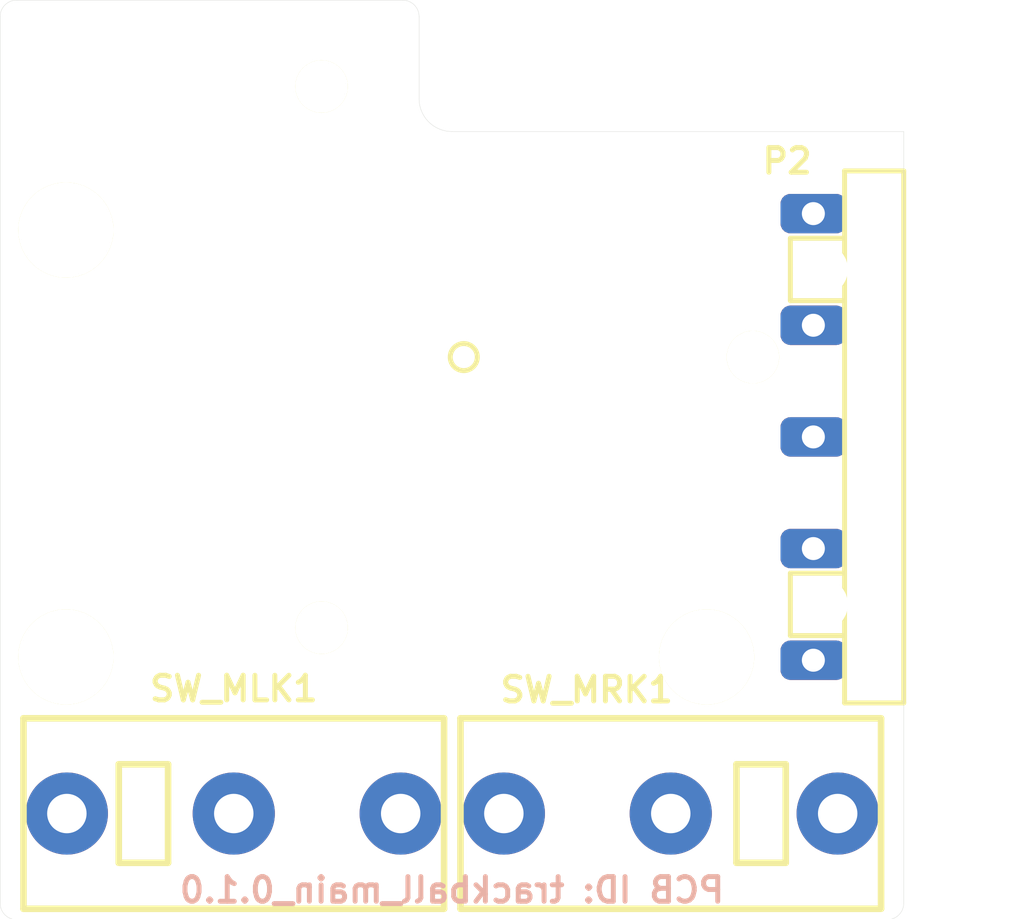
<source format=kicad_pcb>
(kicad_pcb (version 20171130) (host pcbnew "(5.0.0)")

  (general
    (thickness 1.6)
    (drawings 36)
    (tracks 0)
    (zones 0)
    (modules 9)
    (nets 1)
  )

  (page A3)
  (title_block
    (title "UHK Trackball Module")
    (rev 0.1.0)
    (company "Ultimate Gadget Laboratories Kft.")
  )

  (layers
    (0 F.Cu signal)
    (31 B.Cu signal)
    (32 B.Adhes user)
    (33 F.Adhes user)
    (34 B.Paste user)
    (35 F.Paste user)
    (36 B.SilkS user)
    (37 F.SilkS user)
    (38 B.Mask user)
    (39 F.Mask user)
    (40 Dwgs.User user)
    (41 Cmts.User user)
    (42 Eco1.User user)
    (43 Eco2.User user)
    (44 Edge.Cuts user)
    (45 Margin user)
    (46 B.CrtYd user)
    (47 F.CrtYd user)
  )

  (setup
    (last_trace_width 0.254)
    (trace_clearance 0.254)
    (zone_clearance 0.508)
    (zone_45_only no)
    (trace_min 0.254)
    (segment_width 0.2)
    (edge_width 0.1)
    (via_size 0.889)
    (via_drill 0.635)
    (via_min_size 0.889)
    (via_min_drill 0.508)
    (uvia_size 0.508)
    (uvia_drill 0.127)
    (uvias_allowed no)
    (uvia_min_size 0.508)
    (uvia_min_drill 0.127)
    (pcb_text_width 0.3)
    (pcb_text_size 1.5 1.5)
    (mod_edge_width 0.15)
    (mod_text_size 0.75 0.75)
    (mod_text_width 0.15)
    (pad_size 1.5 1.5)
    (pad_drill 0.6)
    (pad_to_mask_clearance 0)
    (aux_axis_origin 0 0)
    (visible_elements 7FFFFFFF)
    (pcbplotparams
      (layerselection 0x00030_ffffffff)
      (usegerberextensions true)
      (usegerberattributes false)
      (usegerberadvancedattributes false)
      (creategerberjobfile false)
      (excludeedgelayer true)
      (linewidth 0.150000)
      (plotframeref false)
      (viasonmask false)
      (mode 1)
      (useauxorigin false)
      (hpglpennumber 1)
      (hpglpenspeed 20)
      (hpglpendiameter 15.000000)
      (psnegative false)
      (psa4output false)
      (plotreference true)
      (plotvalue true)
      (plotinvisibletext false)
      (padsonsilk false)
      (subtractmaskfromsilk false)
      (outputformat 1)
      (mirror false)
      (drillshape 1)
      (scaleselection 1)
      (outputdirectory ""))
  )

  (net 0 "")

  (net_class Default "This is the default net class."
    (clearance 0.254)
    (trace_width 0.254)
    (via_dia 0.889)
    (via_drill 0.635)
    (uvia_dia 0.508)
    (uvia_drill 0.127)
    (diff_pair_gap 0.254)
    (diff_pair_width 0.254)
  )

  (module ugl:CMI126603D08 locked (layer F.Cu) (tedit 5D22F982) (tstamp 5D1D4229)
    (at 202.560004 144.468997 180)
    (fp_text reference SW_MRK1 (at 2.560004 3.768997) (layer F.SilkS)
      (effects (font (size 0.75 0.75) (thickness 0.15)))
    )
    (fp_text value CMI126603D08 (at 0 3.9) (layer F.Fab)
      (effects (font (size 0.75 0.75) (thickness 0.15)))
    )
    (fp_line (start -3.5 1.5) (end -3.5 -1.5) (layer F.SilkS) (width 0.2))
    (fp_line (start -2 1.5) (end -3.5 1.5) (layer F.SilkS) (width 0.2))
    (fp_line (start -2 -1.5) (end -2 1.5) (layer F.SilkS) (width 0.2))
    (fp_line (start -3.5 -1.5) (end -2 -1.5) (layer F.SilkS) (width 0.2))
    (fp_line (start 6.4 -2.9) (end 6.4 2.9) (layer F.SilkS) (width 0.2))
    (fp_line (start -6.4 2.9) (end 6.4 2.9) (layer F.SilkS) (width 0.2))
    (fp_line (start -6.4 -2.9) (end -6.4 2.9) (layer F.SilkS) (width 0.2))
    (fp_line (start 6.4 -2.9) (end -6.4 -2.9) (layer F.SilkS) (width 0.2))
    (pad 3 thru_hole circle (at 5.08 0 180) (size 2.5 2.5) (drill 1.2) (layers *.Cu *.Mask))
    (pad 2 thru_hole circle (at 0 0 180) (size 2.5 2.5) (drill 1.2) (layers *.Cu *.Mask))
    (pad 1 thru_hole circle (at -5.08 0 180) (size 2.5 2.5) (drill 1.2) (layers *.Cu *.Mask))
  )

  (module ugl:CMI126603D08 locked (layer F.Cu) (tedit 5D22F627) (tstamp 5D1D4270)
    (at 189.260001 144.468997)
    (fp_text reference SW_MLK1 (at 0 -3.8) (layer F.SilkS)
      (effects (font (size 0.75 0.75) (thickness 0.15)))
    )
    (fp_text value CMI126603D08 (at 0 3.9) (layer F.Fab)
      (effects (font (size 0.75 0.75) (thickness 0.15)))
    )
    (fp_line (start -3.5 1.5) (end -3.5 -1.5) (layer F.SilkS) (width 0.2))
    (fp_line (start -2 1.5) (end -3.5 1.5) (layer F.SilkS) (width 0.2))
    (fp_line (start -2 -1.5) (end -2 1.5) (layer F.SilkS) (width 0.2))
    (fp_line (start -3.5 -1.5) (end -2 -1.5) (layer F.SilkS) (width 0.2))
    (fp_line (start 6.4 -2.9) (end 6.4 2.9) (layer F.SilkS) (width 0.2))
    (fp_line (start -6.4 2.9) (end 6.4 2.9) (layer F.SilkS) (width 0.2))
    (fp_line (start -6.4 -2.9) (end -6.4 2.9) (layer F.SilkS) (width 0.2))
    (fp_line (start 6.4 -2.9) (end -6.4 -2.9) (layer F.SilkS) (width 0.2))
    (pad 3 thru_hole circle (at 5.08 0) (size 2.5 2.5) (drill 1.2) (layers *.Cu *.Mask))
    (pad 2 thru_hole circle (at 0 0) (size 2.5 2.5) (drill 1.2) (layers *.Cu *.Mask))
    (pad 1 thru_hole circle (at -5.08 0) (size 2.5 2.5) (drill 1.2) (layers *.Cu *.Mask))
  )

  (module ugl:UHK_Male_Pogo_Pin_v2 locked (layer F.Cu) (tedit 5D22F995) (tstamp 5D1D4686)
    (at 209.65 133.000003)
    (attr virtual)
    (fp_text reference P2 (at -3.55 -8.400003) (layer F.SilkS)
      (effects (font (size 0.75 0.75) (thickness 0.15)))
    )
    (fp_text value VAL** (at 0 -9.95 180) (layer F.SilkS) hide
      (effects (font (size 0.75 0.75) (thickness 0.15)))
    )
    (fp_line (start 0 8.1) (end 0 -8.1) (layer F.SilkS) (width 0.15))
    (fp_line (start -3.45 4.15) (end -1.8 4.15) (layer F.SilkS) (width 0.15))
    (fp_line (start -3.45 6.05) (end -3.45 4.15) (layer F.SilkS) (width 0.15))
    (fp_line (start -1.8 6.05) (end -3.45 6.05) (layer F.SilkS) (width 0.15))
    (fp_line (start -3.45 -4.15) (end -1.8 -4.15) (layer F.SilkS) (width 0.15))
    (fp_line (start -3.45 -6.05) (end -3.45 -4.15) (layer F.SilkS) (width 0.15))
    (fp_line (start -1.8 -6.05) (end -3.45 -6.05) (layer F.SilkS) (width 0.15))
    (fp_line (start 0 8.1) (end -1.8 8.1) (layer F.SilkS) (width 0.15))
    (fp_line (start -1.8 -8.1) (end 0 -8.1) (layer F.SilkS) (width 0.15))
    (fp_line (start 0 9.3) (end 0 -9.1) (layer Cmts.User) (width 0.15))
    (fp_arc (start 3.1 6.8) (end 3.1 7.3) (angle -180) (layer Cmts.User) (width 0.15))
    (fp_line (start 2.5 6.3) (end 3 6.3) (layer Cmts.User) (width 0.15))
    (fp_line (start 2.5 7.3) (end 3 7.3) (layer Cmts.User) (width 0.15))
    (fp_arc (start 3.1 3.4) (end 3.1 3.9) (angle -180) (layer Cmts.User) (width 0.15))
    (fp_line (start 2.5 2.9) (end 3 2.9) (layer Cmts.User) (width 0.15))
    (fp_line (start 2.5 3.9) (end 3 3.9) (layer Cmts.User) (width 0.15))
    (fp_arc (start 3.1 0) (end 3.1 0.5) (angle -180) (layer Cmts.User) (width 0.15))
    (fp_line (start 2.5 -0.5) (end 3 -0.5) (layer Cmts.User) (width 0.15))
    (fp_line (start 2.5 0.5) (end 3 0.5) (layer Cmts.User) (width 0.15))
    (fp_arc (start 3.1 -3.4) (end 3.1 -2.9) (angle -180) (layer Cmts.User) (width 0.15))
    (fp_line (start 2.5 -3.9) (end 3 -3.9) (layer Cmts.User) (width 0.15))
    (fp_line (start 2.5 -2.9) (end 3 -2.9) (layer Cmts.User) (width 0.15))
    (fp_arc (start 3.1 -6.8) (end 3.1 -6.3) (angle -180) (layer Cmts.User) (width 0.15))
    (fp_line (start 2.5 -6.3) (end 3 -6.3) (layer Cmts.User) (width 0.15))
    (fp_line (start 2.5 -7.3) (end 3 -7.3) (layer Cmts.User) (width 0.15))
    (fp_line (start 0 -9.1) (end 2.5 -9.1) (layer Cmts.User) (width 0.15))
    (fp_line (start -1.8 8.1) (end -1.8 -8.1) (layer F.SilkS) (width 0.15))
    (fp_line (start 0 9.3) (end 2.5 9.3) (layer Cmts.User) (width 0.15))
    (fp_line (start 2.5 -9.1) (end 2.5 9.3) (layer Cmts.User) (width 0.15))
    (pad "" np_thru_hole circle (at -2.5 5.1 180) (size 1.6 1.6) (drill 1.6) (layers *.Cu *.Mask)
      (clearance 0.00254))
    (pad "" np_thru_hole circle (at -2.5 -5.1) (size 1.6 1.6) (drill 1.6) (layers *.Cu *.Mask)
      (clearance 0.00254))
    (pad 5 thru_hole roundrect (at -2.75 6.8) (size 2 1.2) (drill 0.7) (layers *.Cu *.Mask) (roundrect_rratio 0.25)
      (clearance 0.0762))
    (pad 4 thru_hole roundrect (at -2.75 3.4) (size 2 1.2) (drill 0.7) (layers *.Cu *.Mask) (roundrect_rratio 0.25)
      (clearance 0.0762))
    (pad 3 thru_hole roundrect (at -2.75 0) (size 2 1.2) (drill 0.7) (layers *.Cu *.Mask) (roundrect_rratio 0.25))
    (pad 2 thru_hole roundrect (at -2.75 -3.4) (size 2 1.2) (drill 0.7) (layers *.Cu *.Mask) (roundrect_rratio 0.25)
      (clearance 0.0762))
    (pad 1 thru_hole roundrect (at -2.75 -6.8) (size 2 1.2) (drill 0.7) (layers *.Cu *.Mask) (roundrect_rratio 0.25)
      (clearance 0.0762))
  )

  (module UGL:hole_1.600000023841858mm locked (layer F.Cu) (tedit 5874311E) (tstamp 5295D75B)
    (at 205.060004 130.569003)
    (attr virtual)
    (fp_text reference "" (at 0 0) (layer F.SilkS)
      (effects (font (size 1.27 1.27) (thickness 0.15)))
    )
    (fp_text value "" (at 0 0) (layer F.SilkS)
      (effects (font (size 1.27 1.27) (thickness 0.15)))
    )
    (pad "" np_thru_hole circle (at 0 0) (size 1.6 1.6) (drill 1.6) (layers *.Cu *.Mask F.SilkS)
      (clearance 0.00001))
  )

  (module UGL:hole_2.9000000953674316mm locked (layer F.Cu) (tedit 5874311E) (tstamp 5295D75B)
    (at 184.15 139.7)
    (attr virtual)
    (fp_text reference "" (at 0 0) (layer F.SilkS)
      (effects (font (size 1.27 1.27) (thickness 0.15)))
    )
    (fp_text value "" (at 0 0) (layer F.SilkS)
      (effects (font (size 1.27 1.27) (thickness 0.15)))
    )
    (pad "" np_thru_hole circle (at 0 0) (size 2.9 2.9) (drill 2.9) (layers *.Cu *.Mask F.SilkS)
      (clearance 0.00001))
  )

  (module UGL:hole_1.600000023841858mm locked (layer F.Cu) (tedit 5874311E) (tstamp 5295D75B)
    (at 191.931586 138.808826)
    (attr virtual)
    (fp_text reference "" (at 0 0) (layer F.SilkS)
      (effects (font (size 1.27 1.27) (thickness 0.15)))
    )
    (fp_text value "" (at 0 0) (layer F.SilkS)
      (effects (font (size 1.27 1.27) (thickness 0.15)))
    )
    (pad "" np_thru_hole circle (at 0 0) (size 1.6 1.6) (drill 1.6) (layers *.Cu *.Mask F.SilkS)
      (clearance 0.00001))
  )

  (module UGL:hole_1.600000023841858mm locked (layer F.Cu) (tedit 5874311E) (tstamp 5295D75B)
    (at 191.931586 122.329181)
    (attr virtual)
    (fp_text reference "" (at 0 0) (layer F.SilkS)
      (effects (font (size 1.27 1.27) (thickness 0.15)))
    )
    (fp_text value "" (at 0 0) (layer F.SilkS)
      (effects (font (size 1.27 1.27) (thickness 0.15)))
    )
    (pad "" np_thru_hole circle (at 0 0) (size 1.6 1.6) (drill 1.6) (layers *.Cu *.Mask F.SilkS)
      (clearance 0.00001))
  )

  (module UGL:hole_2.9000000953674316mm locked (layer F.Cu) (tedit 5874311E) (tstamp 5295D75B)
    (at 184.15 126.7)
    (attr virtual)
    (fp_text reference "" (at 0 0) (layer F.SilkS)
      (effects (font (size 1.27 1.27) (thickness 0.15)))
    )
    (fp_text value "" (at 0 0) (layer F.SilkS)
      (effects (font (size 1.27 1.27) (thickness 0.15)))
    )
    (pad "" np_thru_hole circle (at 0 0) (size 2.9 2.9) (drill 2.9) (layers *.Cu *.Mask F.SilkS)
      (clearance 0.00001))
  )

  (module UGL:hole_2.9000000953674316mm locked (layer F.Cu) (tedit 5874311E) (tstamp 5295D75B)
    (at 203.65 139.7)
    (attr virtual)
    (fp_text reference "" (at 0 0) (layer F.SilkS)
      (effects (font (size 1.27 1.27) (thickness 0.15)))
    )
    (fp_text value "" (at 0 0) (layer F.SilkS)
      (effects (font (size 1.27 1.27) (thickness 0.15)))
    )
    (pad "" np_thru_hole circle (at 0 0) (size 2.9 2.9) (drill 2.9) (layers *.Cu *.Mask F.SilkS)
      (clearance 0.00001))
  )

  (gr_text "PCB ID: trackball_main_0.1.0" (at 195.9 146.8) (layer B.SilkS)
    (effects (font (size 0.75 0.75) (thickness 0.15)) (justify mirror))
  )
  (gr_circle (center 196.260001 130.569003) (end 196.672312 130.569003) (layer F.SilkS) (width 0.15))
  (gr_arc (start 182.65 147.199993) (end 182.15 147.2) (angle -89.99010657) (layer Edge.Cuts) (width 0.01))
  (gr_arc (start 209.15 147.199993) (end 209.15 147.7) (angle -90.00451968) (layer Edge.Cuts) (width 0.01))
  (gr_arc (start 194.4 120.200007) (end 194.9 120.2) (angle -89.99010657) (layer Edge.Cuts) (width 0.01))
  (gr_arc (start 182.65 120.200007) (end 182.65 119.7) (angle -90.00451968) (layer Edge.Cuts) (width 0.01))
  (gr_line (start 182.65 147.7) (end 209.15 147.7) (angle 90) (layer Edge.Cuts) (width 0.01))
  (gr_line (start 209.65 147.2) (end 209.65 123.7) (angle 90) (layer Edge.Cuts) (width 0.01))
  (gr_line (start 209.65 123.7) (end 195.9 123.7) (angle 90) (layer Edge.Cuts) (width 0.01))
  (gr_line (start 194.9 122.7) (end 194.9 120.2) (angle 90) (layer Edge.Cuts) (width 0.01))
  (gr_line (start 194.4 119.7) (end 182.65 119.7) (angle 90) (layer Edge.Cuts) (width 0.01))
  (gr_line (start 182.15 120.2) (end 182.15 147.2) (angle 90) (layer Edge.Cuts) (width 0.01))
  (gr_arc (start 195.899992 122.700001) (end 194.9 122.7) (angle -89.99818777) (layer Edge.Cuts) (width 0.01))
  (gr_circle (center 184.15 139.7) (end 184.15 141.35) (layer Eco1.User) (width 0.01))
  (gr_circle (center 191.931586 138.808826) (end 191.931586 140.308826) (layer Eco1.User) (width 0.01))
  (gr_circle (center 191.931586 122.329181) (end 191.931586 123.829181) (layer Eco1.User) (width 0.01))
  (gr_circle (center 184.15 126.7) (end 184.15 128.35) (layer Eco1.User) (width 0.01))
  (gr_circle (center 203.65 139.7) (end 203.65 141.35) (layer Eco1.User) (width 0.01))
  (gr_arc (start 190.159994 126.468989) (end 190.16 125.969) (angle -90.00186157) (layer Eco1.User) (width 0.01))
  (gr_line (start 189.66 126.469) (end 189.66 134.669) (angle 90) (layer Eco1.User) (width 0.01))
  (gr_arc (start 190.160002 134.668987) (end 189.66 134.669) (angle -89.98346056) (layer Eco1.User) (width 0.01))
  (gr_line (start 190.16 135.169) (end 202.36 135.169) (angle 90) (layer Eco1.User) (width 0.01))
  (gr_arc (start 202.359999 134.668987) (end 202.36 135.169) (angle -90.00653877) (layer Eco1.User) (width 0.01))
  (gr_line (start 202.86 134.669) (end 202.86 126.469) (angle 90) (layer Eco1.User) (width 0.01))
  (gr_arc (start 202.360007 126.468989) (end 202.86 126.469) (angle -90.01052462) (layer Eco1.User) (width 0.01))
  (gr_line (start 202.36 125.969) (end 190.16 125.969) (angle 90) (layer Eco1.User) (width 0.01))
  (gr_arc (start 202.360009 126.468987) (end 203.76 126.469) (angle -90.00437716) (layer Eco1.User) (width 0.01))
  (gr_line (start 190.16 125.069) (end 202.36 125.069) (angle 90) (layer Eco1.User) (width 0.01))
  (gr_arc (start 190.159992 126.468987) (end 190.16 125.069) (angle -90.00128305) (layer Eco1.User) (width 0.01))
  (gr_line (start 188.76 134.669) (end 188.76 126.469) (angle 90) (layer Eco1.User) (width 0.01))
  (gr_arc (start 190.16 134.669004) (end 188.76 134.669) (angle -90.00199136) (layer Eco1.User) (width 0.01))
  (gr_line (start 202.36 136.069) (end 190.16 136.069) (angle 90) (layer Eco1.User) (width 0.01))
  (gr_arc (start 202.360009 134.669004) (end 202.36 136.069) (angle -90.00357794) (layer Eco1.User) (width 0.01))
  (gr_line (start 203.76 131.317331) (end 203.76 134.669) (angle 90) (layer Eco1.User) (width 0.01))
  (gr_arc (start 205.071753 130.563724) (end 203.76 131.317331) (angle -300.4146835) (layer Eco1.User) (width 0.01))
  (gr_line (start 203.76 126.469) (end 203.76 129.820669) (angle 90) (layer Eco1.User) (width 0.01))

)

</source>
